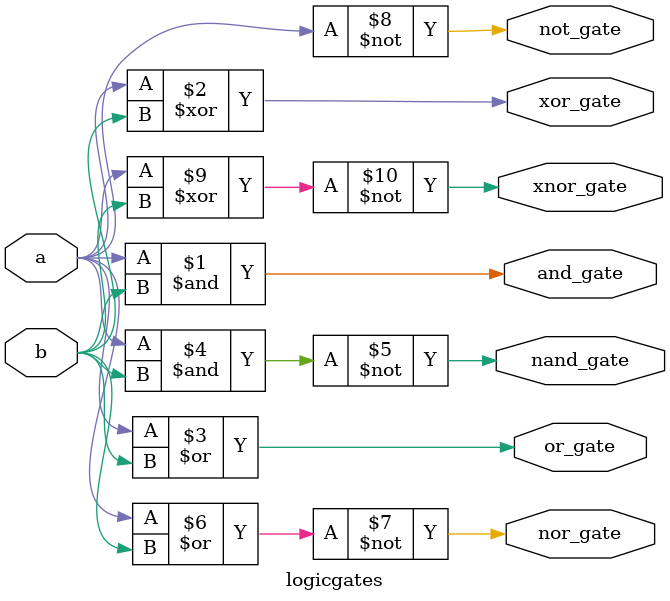
<source format=v>
`timescale 1ns / 1ps
module logicgates(
input a,
input b,
output and_gate,
output xor_gate,
output or_gate,
output nand_gate,
output nor_gate,
output not_gate,
output xnor_gate

    );
    assign and_gate = a&b;
    assign xor_gate = a^b;
    assign or_gate = a|b;
    assign nand_gate = ~(a&b);
    assign nor_gate = ~(a|b);
    assign not_gate = ~(a);
    assign xnor_gate = ~(a^b);
endmodule

</source>
